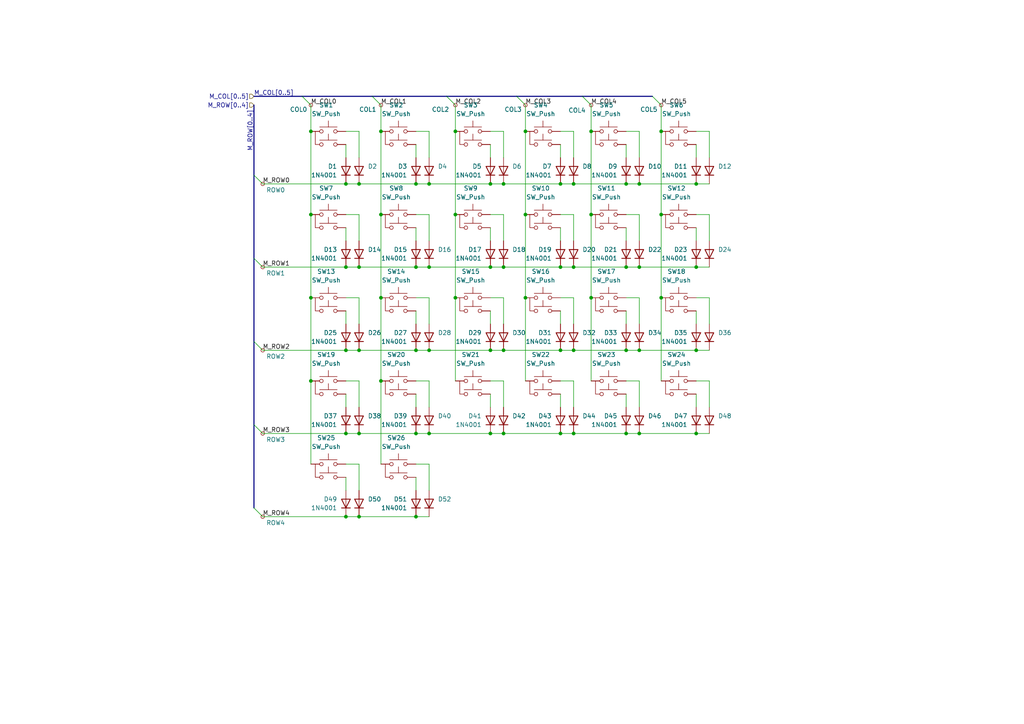
<source format=kicad_sch>
(kicad_sch (version 20231120) (generator "eeschema") (generator_version "8.0")
  (paper "A4")
  (lib_symbols
    (symbol "Connector:TestPoint_Small" (pin_numbers hide) (pin_names (offset 0.762) hide)
      (property "Reference" "TP" (at 0 3.81 0))
      (property "Value" "TestPoint_Small" (at 0 2.032 0))
      (symbol "TestPoint_Small_0_1"
        (circle (center 0 0) (radius 0.508))
      )
      (symbol "TestPoint_Small_1_1"
        (pin passive line (at 0 0 90) (length 0) (name "1") (number "1"))
      )
    )
    (symbol "Diode:1N4001" (pin_numbers hide) (pin_names hide)
      (property "Reference" "D" (at 0 2.54 0))
      (property "Value" "1N4001" (at 0 -2.54 0))
      (symbol "1N4001_0_1"
        (polyline (pts (xy -1.27 1.27) (xy -1.27 -1.27)) (stroke (width 0.254)))
        (polyline (pts (xy 1.27 0) (xy -1.27 0)))
        (polyline (pts (xy 1.27 1.27) (xy 1.27 -1.27) (xy -1.27 0) (xy 1.27 1.27)) (stroke (width 0.254)))
      )
      (symbol "1N4001_1_1"
        (pin passive line (at -3.81 0 0) (length 2.54) (name "K") (number "1"))
        (pin passive line (at 3.81 0 180) (length 2.54) (name "A") (number "2"))
      )
    )
    (symbol "sw_push_dual:SW_Push_Dual" (pin_numbers hide) (pin_names (offset 1.016) hide)
      (property "Reference" "SW?" (at -0.635 7.62 0))
      (property "Value" "SW_Push" (at -0.635 5.08 0))
      (symbol "SW_Push_Dual_0_1"
        (circle (center -2.032 -3.81) (radius 0.508))
        (circle (center -2.032 0) (radius 0.508))
        (polyline (pts (xy 0 -2.54) (xy 0 -0.762)))
        (polyline (pts (xy 0 1.27) (xy 0 3.048)))
        (polyline (pts (xy 2.54 -2.54) (xy -2.54 -2.54)))
        (polyline (pts (xy 2.54 1.27) (xy -2.54 1.27)))
        (polyline (pts (xy -3.81 0) (xy -3.81 -3.81) (xy -2.54 -3.81)))
        (circle (center 2.032 -3.81) (radius 0.508))
        (circle (center 2.032 0) (radius 0.508))
        (pin passive line (at -5.08 0 0) (length 2.54) (name "1") (number "1"))
        (pin passive line (at 5.08 0 180) (length 2.54) (name "2") (number "2"))
      )
      (symbol "SW_Push_Dual_1_1"
        (pin passive line (at 5.08 -3.81 180) (length 2.54) (name "3") (number "3"))
      )
    )
  )
  (junction (at 191.77 62.23))
  (junction (at 152.4 86.36))
  (junction (at 181.61 125.73))
  (junction (at 166.37 77.47))
  (junction (at 201.93 101.6))
  (junction (at 146.05 77.47))
  (junction (at 104.14 53.34))
  (junction (at 90.17 110.49))
  (junction (at 146.05 125.73))
  (junction (at 132.08 38.1))
  (junction (at 100.33 101.6))
  (junction (at 104.14 77.47))
  (junction (at 110.49 110.49))
  (junction (at 110.49 62.23))
  (junction (at 142.24 53.34))
  (junction (at 110.49 86.36))
  (junction (at 152.4 62.23))
  (junction (at 104.14 101.6))
  (junction (at 162.56 125.73))
  (junction (at 124.46 53.34))
  (junction (at 162.56 101.6))
  (junction (at 181.61 53.34))
  (junction (at 152.4 38.1))
  (junction (at 201.93 53.34))
  (junction (at 166.37 125.73))
  (junction (at 181.61 77.47))
  (junction (at 120.65 77.47))
  (junction (at 124.46 101.6))
  (junction (at 146.05 101.6))
  (junction (at 100.33 125.73))
  (junction (at 171.45 62.23))
  (junction (at 104.14 125.73))
  (junction (at 166.37 101.6))
  (junction (at 166.37 53.34))
  (junction (at 120.65 53.34))
  (junction (at 90.17 86.36))
  (junction (at 100.33 77.47))
  (junction (at 201.93 77.47))
  (junction (at 162.56 53.34))
  (junction (at 162.56 77.47))
  (junction (at 191.77 86.36))
  (junction (at 142.24 101.6))
  (junction (at 185.42 101.6))
  (junction (at 100.33 149.86))
  (junction (at 142.24 125.73))
  (junction (at 146.05 53.34))
  (junction (at 142.24 77.47))
  (junction (at 171.45 38.1))
  (junction (at 120.65 101.6))
  (junction (at 104.14 149.86))
  (junction (at 181.61 101.6))
  (junction (at 120.65 125.73))
  (junction (at 132.08 86.36))
  (junction (at 124.46 125.73))
  (junction (at 120.65 149.86))
  (junction (at 90.17 38.1))
  (junction (at 171.45 86.36))
  (junction (at 110.49 38.1))
  (junction (at 185.42 125.73))
  (junction (at 100.33 53.34))
  (junction (at 191.77 38.1))
  (junction (at 132.08 62.23))
  (junction (at 185.42 53.34))
  (junction (at 124.46 77.47))
  (junction (at 185.42 77.47))
  (junction (at 201.93 125.73))
  (junction (at 90.17 62.23))
  (bus_entry (at 73.66 99.06) (size 2.54 2.54))
  (bus_entry (at 107.95 27.94) (size 2.54 2.54))
  (bus_entry (at 73.66 147.32) (size 2.54 2.54))
  (bus_entry (at 149.86 27.94) (size 2.54 2.54))
  (bus_entry (at 73.66 50.8) (size 2.54 2.54))
  (bus_entry (at 189.23 27.94) (size 2.54 2.54))
  (bus_entry (at 73.66 123.19) (size 2.54 2.54))
  (bus_entry (at 168.91 27.94) (size 2.54 2.54))
  (bus_entry (at 73.66 74.93) (size 2.54 2.54))
  (bus_entry (at 129.54 27.94) (size 2.54 2.54))
  (bus_entry (at 87.63 27.94) (size 2.54 2.54))
  (wire (pts (xy 181.61 118.11) (xy 181.61 114.3)))
  (bus (pts (xy 73.66 74.93) (xy 73.66 99.06)))
  (wire (pts (xy 205.74 38.1) (xy 201.93 38.1)))
  (wire (pts (xy 100.33 69.85) (xy 100.33 66.04)))
  (wire (pts (xy 201.93 53.34) (xy 205.74 53.34)))
  (wire (pts (xy 152.4 38.1) (xy 152.4 62.23)))
  (wire (pts (xy 104.14 134.62) (xy 100.33 134.62)))
  (wire (pts (xy 185.42 86.36) (xy 181.61 86.36)))
  (wire (pts (xy 201.93 45.72) (xy 201.93 41.91)))
  (wire (pts (xy 146.05 53.34) (xy 162.56 53.34)))
  (wire (pts (xy 205.74 38.1) (xy 205.74 45.72)))
  (bus (pts (xy 73.66 30.48) (xy 73.66 50.8)))
  (wire (pts (xy 185.42 110.49) (xy 185.42 118.11)))
  (wire (pts (xy 124.46 134.62) (xy 120.65 134.62)))
  (wire (pts (xy 120.65 149.86) (xy 124.46 149.86)))
  (wire (pts (xy 104.14 86.36) (xy 100.33 86.36)))
  (wire (pts (xy 132.08 38.1) (xy 132.08 62.23)))
  (wire (pts (xy 146.05 38.1) (xy 146.05 45.72)))
  (wire (pts (xy 124.46 38.1) (xy 120.65 38.1)))
  (wire (pts (xy 120.65 101.6) (xy 124.46 101.6)))
  (wire (pts (xy 124.46 77.47) (xy 142.24 77.47)))
  (wire (pts (xy 146.05 110.49) (xy 146.05 118.11)))
  (wire (pts (xy 132.08 30.48) (xy 132.08 38.1)))
  (wire (pts (xy 100.33 142.24) (xy 100.33 138.43)))
  (wire (pts (xy 104.14 149.86) (xy 120.65 149.86)))
  (wire (pts (xy 162.56 53.34) (xy 166.37 53.34)))
  (wire (pts (xy 162.56 69.85) (xy 162.56 66.04)))
  (wire (pts (xy 124.46 110.49) (xy 124.46 118.11)))
  (wire (pts (xy 171.45 62.23) (xy 171.45 86.36)))
  (wire (pts (xy 100.33 118.11) (xy 100.33 114.3)))
  (wire (pts (xy 104.14 101.6) (xy 120.65 101.6)))
  (wire (pts (xy 90.17 30.48) (xy 90.17 38.1)))
  (wire (pts (xy 171.45 38.1) (xy 171.45 62.23)))
  (wire (pts (xy 90.17 38.1) (xy 90.17 62.23)))
  (wire (pts (xy 76.2 125.73) (xy 100.33 125.73)))
  (wire (pts (xy 162.56 125.73) (xy 166.37 125.73)))
  (wire (pts (xy 142.24 125.73) (xy 146.05 125.73)))
  (wire (pts (xy 124.46 110.49) (xy 120.65 110.49)))
  (wire (pts (xy 104.14 38.1) (xy 104.14 45.72)))
  (bus (pts (xy 73.66 27.94) (xy 87.63 27.94)))
  (wire (pts (xy 166.37 86.36) (xy 162.56 86.36)))
  (wire (pts (xy 90.17 62.23) (xy 90.17 86.36)))
  (wire (pts (xy 166.37 110.49) (xy 166.37 118.11)))
  (wire (pts (xy 104.14 38.1) (xy 100.33 38.1)))
  (wire (pts (xy 181.61 53.34) (xy 185.42 53.34)))
  (wire (pts (xy 120.65 53.34) (xy 124.46 53.34)))
  (wire (pts (xy 162.56 93.98) (xy 162.56 90.17)))
  (wire (pts (xy 104.14 77.47) (xy 120.65 77.47)))
  (wire (pts (xy 191.77 86.36) (xy 191.77 110.49)))
  (wire (pts (xy 181.61 101.6) (xy 185.42 101.6)))
  (wire (pts (xy 142.24 101.6) (xy 146.05 101.6)))
  (wire (pts (xy 146.05 110.49) (xy 142.24 110.49)))
  (wire (pts (xy 120.65 69.85) (xy 120.65 66.04)))
  (wire (pts (xy 76.2 149.86) (xy 100.33 149.86)))
  (wire (pts (xy 181.61 125.73) (xy 185.42 125.73)))
  (bus (pts (xy 73.66 99.06) (xy 73.66 123.19)))
  (wire (pts (xy 205.74 62.23) (xy 205.74 69.85)))
  (bus (pts (xy 149.86 27.94) (xy 168.91 27.94)))
  (wire (pts (xy 90.17 110.49) (xy 90.17 134.62)))
  (wire (pts (xy 142.24 53.34) (xy 146.05 53.34)))
  (wire (pts (xy 100.33 53.34) (xy 104.14 53.34)))
  (wire (pts (xy 185.42 77.47) (xy 201.93 77.47)))
  (wire (pts (xy 110.49 86.36) (xy 110.49 110.49)))
  (wire (pts (xy 166.37 62.23) (xy 166.37 69.85)))
  (wire (pts (xy 152.4 30.48) (xy 152.4 38.1)))
  (wire (pts (xy 185.42 86.36) (xy 185.42 93.98)))
  (bus (pts (xy 129.54 27.94) (xy 149.86 27.94)))
  (wire (pts (xy 152.4 62.23) (xy 152.4 86.36)))
  (wire (pts (xy 100.33 101.6) (xy 104.14 101.6)))
  (wire (pts (xy 120.65 93.98) (xy 120.65 90.17)))
  (wire (pts (xy 146.05 101.6) (xy 162.56 101.6)))
  (wire (pts (xy 201.93 125.73) (xy 205.74 125.73)))
  (wire (pts (xy 76.2 101.6) (xy 100.33 101.6)))
  (wire (pts (xy 124.46 134.62) (xy 124.46 142.24)))
  (wire (pts (xy 166.37 125.73) (xy 181.61 125.73)))
  (wire (pts (xy 146.05 86.36) (xy 146.05 93.98)))
  (wire (pts (xy 166.37 38.1) (xy 166.37 45.72)))
  (wire (pts (xy 100.33 45.72) (xy 100.33 41.91)))
  (wire (pts (xy 185.42 62.23) (xy 185.42 69.85)))
  (wire (pts (xy 185.42 38.1) (xy 185.42 45.72)))
  (wire (pts (xy 124.46 101.6) (xy 142.24 101.6)))
  (wire (pts (xy 104.14 110.49) (xy 100.33 110.49)))
  (wire (pts (xy 146.05 86.36) (xy 142.24 86.36)))
  (wire (pts (xy 166.37 53.34) (xy 181.61 53.34)))
  (wire (pts (xy 191.77 38.1) (xy 191.77 62.23)))
  (bus (pts (xy 73.66 50.8) (xy 73.66 74.93)))
  (wire (pts (xy 162.56 118.11) (xy 162.56 114.3)))
  (wire (pts (xy 120.65 125.73) (xy 124.46 125.73)))
  (wire (pts (xy 124.46 62.23) (xy 120.65 62.23)))
  (wire (pts (xy 205.74 86.36) (xy 201.93 86.36)))
  (wire (pts (xy 124.46 62.23) (xy 124.46 69.85)))
  (wire (pts (xy 110.49 62.23) (xy 110.49 86.36)))
  (wire (pts (xy 142.24 77.47) (xy 146.05 77.47)))
  (wire (pts (xy 142.24 69.85) (xy 142.24 66.04)))
  (wire (pts (xy 205.74 62.23) (xy 201.93 62.23)))
  (wire (pts (xy 201.93 101.6) (xy 205.74 101.6)))
  (wire (pts (xy 100.33 77.47) (xy 104.14 77.47)))
  (wire (pts (xy 142.24 45.72) (xy 142.24 41.91)))
  (wire (pts (xy 201.93 77.47) (xy 205.74 77.47)))
  (wire (pts (xy 104.14 53.34) (xy 120.65 53.34)))
  (wire (pts (xy 110.49 30.48) (xy 110.49 38.1)))
  (wire (pts (xy 124.46 86.36) (xy 120.65 86.36)))
  (wire (pts (xy 142.24 93.98) (xy 142.24 90.17)))
  (wire (pts (xy 205.74 110.49) (xy 201.93 110.49)))
  (bus (pts (xy 107.95 27.94) (xy 129.54 27.94)))
  (wire (pts (xy 166.37 77.47) (xy 181.61 77.47)))
  (wire (pts (xy 124.46 53.34) (xy 142.24 53.34)))
  (wire (pts (xy 201.93 93.98) (xy 201.93 90.17)))
  (wire (pts (xy 104.14 110.49) (xy 104.14 118.11)))
  (wire (pts (xy 76.2 77.47) (xy 100.33 77.47)))
  (wire (pts (xy 146.05 38.1) (xy 142.24 38.1)))
  (wire (pts (xy 100.33 149.86) (xy 104.14 149.86)))
  (wire (pts (xy 120.65 45.72) (xy 120.65 41.91)))
  (wire (pts (xy 181.61 77.47) (xy 185.42 77.47)))
  (wire (pts (xy 171.45 86.36) (xy 171.45 110.49)))
  (wire (pts (xy 110.49 38.1) (xy 110.49 62.23)))
  (wire (pts (xy 146.05 125.73) (xy 162.56 125.73)))
  (wire (pts (xy 104.14 134.62) (xy 104.14 142.24)))
  (wire (pts (xy 104.14 62.23) (xy 100.33 62.23)))
  (wire (pts (xy 162.56 101.6) (xy 166.37 101.6)))
  (wire (pts (xy 205.74 86.36) (xy 205.74 93.98)))
  (wire (pts (xy 124.46 86.36) (xy 124.46 93.98)))
  (wire (pts (xy 205.74 110.49) (xy 205.74 118.11)))
  (wire (pts (xy 104.14 125.73) (xy 120.65 125.73)))
  (wire (pts (xy 110.49 110.49) (xy 110.49 134.62)))
  (wire (pts (xy 120.65 77.47) (xy 124.46 77.47)))
  (wire (pts (xy 120.65 142.24) (xy 120.65 138.43)))
  (wire (pts (xy 181.61 69.85) (xy 181.61 66.04)))
  (wire (pts (xy 132.08 62.23) (xy 132.08 86.36)))
  (wire (pts (xy 124.46 125.73) (xy 142.24 125.73)))
  (wire (pts (xy 171.45 30.48) (xy 171.45 38.1)))
  (wire (pts (xy 185.42 110.49) (xy 181.61 110.49)))
  (bus (pts (xy 73.66 123.19) (xy 73.66 147.32)))
  (wire (pts (xy 201.93 69.85) (xy 201.93 66.04)))
  (wire (pts (xy 100.33 125.73) (xy 104.14 125.73)))
  (wire (pts (xy 162.56 77.47) (xy 166.37 77.47)))
  (wire (pts (xy 191.77 30.48) (xy 191.77 38.1)))
  (wire (pts (xy 120.65 118.11) (xy 120.65 114.3)))
  (wire (pts (xy 90.17 86.36) (xy 90.17 110.49)))
  (wire (pts (xy 185.42 125.73) (xy 201.93 125.73)))
  (wire (pts (xy 166.37 38.1) (xy 162.56 38.1)))
  (wire (pts (xy 185.42 62.23) (xy 181.61 62.23)))
  (wire (pts (xy 104.14 86.36) (xy 104.14 93.98)))
  (wire (pts (xy 146.05 77.47) (xy 162.56 77.47)))
  (wire (pts (xy 142.24 118.11) (xy 142.24 114.3)))
  (wire (pts (xy 166.37 62.23) (xy 162.56 62.23)))
  (wire (pts (xy 185.42 38.1) (xy 181.61 38.1)))
  (wire (pts (xy 166.37 110.49) (xy 162.56 110.49)))
  (wire (pts (xy 104.14 62.23) (xy 104.14 69.85)))
  (wire (pts (xy 181.61 93.98) (xy 181.61 90.17)))
  (wire (pts (xy 185.42 53.34) (xy 201.93 53.34)))
  (wire (pts (xy 132.08 86.36) (xy 132.08 110.49)))
  (wire (pts (xy 162.56 45.72) (xy 162.56 41.91)))
  (bus (pts (xy 168.91 27.94) (xy 189.23 27.94)))
  (wire (pts (xy 166.37 101.6) (xy 181.61 101.6)))
  (wire (pts (xy 152.4 86.36) (xy 152.4 110.49)))
  (wire (pts (xy 166.37 86.36) (xy 166.37 93.98)))
  (wire (pts (xy 185.42 101.6) (xy 201.93 101.6)))
  (wire (pts (xy 181.61 45.72) (xy 181.61 41.91)))
  (wire (pts (xy 76.2 53.34) (xy 100.33 53.34)))
  (wire (pts (xy 124.46 38.1) (xy 124.46 45.72)))
  (bus (pts (xy 87.63 27.94) (xy 107.95 27.94)))
  (wire (pts (xy 146.05 62.23) (xy 142.24 62.23)))
  (wire (pts (xy 191.77 62.23) (xy 191.77 86.36)))
  (wire (pts (xy 146.05 62.23) (xy 146.05 69.85)))
  (wire (pts (xy 201.93 118.11) (xy 201.93 114.3)))
  (wire (pts (xy 100.33 93.98) (xy 100.33 90.17)))
  (label "M_ROW1" (at 76.2 77.47 0))
  (label "M_COL[0..5]" (at 73.66 27.94 0))
  (label "M_COL4" (at 171.45 30.48 0))
  (label "M_COL1" (at 110.49 30.48 0))
  (label "M_ROW2" (at 76.2 101.6 0))
  (label "M_ROW3" (at 76.2 125.73 0))
  (label "M_ROW[0..4]" (at 73.66 31.75 270))
  (label "M_COL0" (at 90.17 30.48 0))
  (label "M_COL2" (at 132.08 30.48 0))
  (label "M_COL3" (at 152.4 30.48 0))
  (label "M_ROW0" (at 76.2 53.34 0))
  (label "M_ROW4" (at 76.2 149.86 0))
  (label "M_COL5" (at 191.77 30.48 0))
  (hierarchical_label "M_COL[0..5]" (shape input) (at 73.66 27.94 180))
  (hierarchical_label "M_ROW[0..4]" (shape input) (at 73.66 30.48 180))
  (symbol (lib_id "sw_push_dual:SW_Push_Dual") (at 95.25 62.23 0) (unit 1)
    (property "Reference" "SW7" (at 94.615 54.61 0))
    (property "Value" "SW_Push" (at 94.615 57.15 0))
    (property "Footprint" "PCM_Switch_Keyboard_Kailh_Reversible:SW_Kailh_Choc_V2_1.00u_Reversible" (effects (hide yes)))
  )
  (symbol (lib_id "Diode:1N4001") (at 162.56 73.66 270) (mirror x) (unit 1)
    (property "Reference" "D19" (at 160.02 72.39 90) (effects (justify right)))
    (property "Value" "1N4001" (at 160.02 74.93 90) (effects (justify right)))
    (property "Footprint" "Diode:D_0603_1608Metric_Pad1.05x0.95mm_HandSolder" (effects (hide yes)))
    (property "Datasheet" "http://www.vishay.com/docs/88503/1n4001.pdf" (effects (hide yes)))
    (property "Sim.Device" "D" (effects (hide yes)))
    (property "Sim.Pins" "1=K 2=A" (effects (hide yes)))
  )
  (symbol (lib_id "Diode:1N4001") (at 181.61 49.53 270) (mirror x) (unit 1)
    (property "Reference" "D9" (at 179.07 48.26 90) (effects (justify right)))
    (property "Value" "1N4001" (at 179.07 50.8 90) (effects (justify right)))
    (property "Footprint" "Diode:D_0603_1608Metric_Pad1.05x0.95mm_HandSolder" (effects (hide yes)))
    (property "Datasheet" "http://www.vishay.com/docs/88503/1n4001.pdf" (effects (hide yes)))
    (property "Sim.Device" "D" (effects (hide yes)))
    (property "Sim.Pins" "1=K 2=A" (effects (hide yes)))
  )
  (symbol (lib_id "Diode:1N4001") (at 185.42 97.79 90) (unit 1)
    (property "Reference" "D34" (at 187.96 96.52 90) (effects (justify right)))
    (property "Value" "1N4001" (effects (hide yes)))
    (property "Footprint" "Diode:D_0603_1608Metric_Pad1.05x0.95mm_HandSolder" (effects (hide yes)))
    (property "Datasheet" "http://www.vishay.com/docs/88503/1n4001.pdf" (effects (hide yes)))
    (property "Sim.Device" "D" (effects (hide yes)))
    (property "Sim.Pins" "1=K 2=A" (effects (hide yes)))
  )
  (symbol (lib_id "Diode:1N4001") (at 120.65 146.05 270) (mirror x) (unit 1)
    (property "Reference" "D51" (at 118.11 144.78 90) (effects (justify right)))
    (property "Value" "1N4001" (at 118.11 147.32 90) (effects (justify right)))
    (property "Footprint" "Diode:D_0603_1608Metric_Pad1.05x0.95mm_HandSolder" (effects (hide yes)))
    (property "Datasheet" "http://www.vishay.com/docs/88503/1n4001.pdf" (effects (hide yes)))
    (property "Sim.Device" "D" (effects (hide yes)))
    (property "Sim.Pins" "1=K 2=A" (effects (hide yes)))
  )
  (symbol (lib_id "Connector:TestPoint_Small") (at 191.77 30.48 0) (unit 1)
    (property "Reference" "COL5" (at 185.674 31.75 0) (effects (justify left)))
    (property "Value" "TestPoint_Small" (effects (hide yes)))
    (property "Footprint" "Testpoint_Rev:TestPoint_THTPad_D1.0mm_Drill0.5mm_reversible" (effects (hide yes)))
    (property "Description" "test point" (effects (hide yes)))
  )
  (symbol (lib_id "Diode:1N4001") (at 100.33 49.53 270) (mirror x) (unit 1)
    (property "Reference" "D1" (at 97.79 48.26 90) (effects (justify right)))
    (property "Value" "1N4001" (at 97.79 50.8 90) (effects (justify right)))
    (property "Footprint" "Diode:D_0603_1608Metric_Pad1.05x0.95mm_HandSolder" (effects (hide yes)))
    (property "Datasheet" "http://www.vishay.com/docs/88503/1n4001.pdf" (effects (hide yes)))
    (property "Sim.Device" "D" (effects (hide yes)))
    (property "Sim.Pins" "1=K 2=A" (effects (hide yes)))
  )
  (symbol (lib_id "Diode:1N4001") (at 100.33 97.79 270) (mirror x) (unit 1)
    (property "Reference" "D25" (at 97.79 96.52 90) (effects (justify right)))
    (property "Value" "1N4001" (at 97.79 99.06 90) (effects (justify right)))
    (property "Footprint" "Diode:D_0603_1608Metric_Pad1.05x0.95mm_HandSolder" (effects (hide yes)))
    (property "Datasheet" "http://www.vishay.com/docs/88503/1n4001.pdf" (effects (hide yes)))
    (property "Sim.Device" "D" (effects (hide yes)))
    (property "Sim.Pins" "1=K 2=A" (effects (hide yes)))
  )
  (symbol (lib_id "Connector:TestPoint_Small") (at 76.2 53.34 0) (unit 1)
    (property "Reference" "ROW0" (at 77.216 55.118 0) (effects (justify left)))
    (property "Value" "TestPoint_Small" (effects (hide yes)))
    (property "Footprint" "Testpoint_Rev:TestPoint_THTPad_D1.0mm_Drill0.5mm_reversible" (effects (hide yes)))
    (property "Description" "test point" (effects (hide yes)))
  )
  (symbol (lib_id "Diode:1N4001") (at 142.24 73.66 270) (mirror x) (unit 1)
    (property "Reference" "D17" (at 139.7 72.39 90) (effects (justify right)))
    (property "Value" "1N4001" (at 139.7 74.93 90) (effects (justify right)))
    (property "Footprint" "Diode:D_0603_1608Metric_Pad1.05x0.95mm_HandSolder" (effects (hide yes)))
    (property "Datasheet" "http://www.vishay.com/docs/88503/1n4001.pdf" (effects (hide yes)))
    (property "Sim.Device" "D" (effects (hide yes)))
    (property "Sim.Pins" "1=K 2=A" (effects (hide yes)))
  )
  (symbol (lib_id "Diode:1N4001") (at 166.37 73.66 90) (unit 1)
    (property "Reference" "D20" (at 168.91 72.39 90) (effects (justify right)))
    (property "Value" "1N4001" (effects (hide yes)))
    (property "Footprint" "Diode:D_0603_1608Metric_Pad1.05x0.95mm_HandSolder" (effects (hide yes)))
    (property "Datasheet" "http://www.vishay.com/docs/88503/1n4001.pdf" (effects (hide yes)))
    (property "Sim.Device" "D" (effects (hide yes)))
    (property "Sim.Pins" "1=K 2=A" (effects (hide yes)))
  )
  (symbol (lib_id "Diode:1N4001") (at 201.93 73.66 270) (mirror x) (unit 1)
    (property "Reference" "D23" (at 199.39 72.39 90) (effects (justify right)))
    (property "Value" "1N4001" (at 199.39 74.93 90) (effects (justify right)))
    (property "Footprint" "Diode:D_0603_1608Metric_Pad1.05x0.95mm_HandSolder" (effects (hide yes)))
    (property "Datasheet" "http://www.vishay.com/docs/88503/1n4001.pdf" (effects (hide yes)))
    (property "Sim.Device" "D" (effects (hide yes)))
    (property "Sim.Pins" "1=K 2=A" (effects (hide yes)))
  )
  (symbol (lib_id "sw_push_dual:SW_Push_Dual") (at 95.25 86.36 0) (unit 1)
    (property "Reference" "SW13" (at 94.615 78.74 0))
    (property "Value" "SW_Push" (at 94.615 81.28 0))
    (property "Footprint" "PCM_Switch_Keyboard_Kailh_Reversible:SW_Kailh_Choc_V2_1.00u_Reversible" (effects (hide yes)))
  )
  (symbol (lib_id "sw_push_dual:SW_Push_Dual") (at 137.16 38.1 0) (unit 1)
    (property "Reference" "SW3" (at 136.525 30.48 0))
    (property "Value" "SW_Push" (at 136.525 33.02 0))
    (property "Footprint" "PCM_Switch_Keyboard_Kailh_Reversible:SW_Kailh_Choc_V2_1.00u_Reversible" (effects (hide yes)))
  )
  (symbol (lib_id "Diode:1N4001") (at 104.14 121.92 90) (unit 1)
    (property "Reference" "D38" (at 106.68 120.65 90) (effects (justify right)))
    (property "Value" "1N4001" (effects (hide yes)))
    (property "Footprint" "Diode:D_0603_1608Metric_Pad1.05x0.95mm_HandSolder" (effects (hide yes)))
    (property "Datasheet" "http://www.vishay.com/docs/88503/1n4001.pdf" (effects (hide yes)))
    (property "Sim.Device" "D" (effects (hide yes)))
    (property "Sim.Pins" "1=K 2=A" (effects (hide yes)))
  )
  (symbol (lib_id "sw_push_dual:SW_Push_Dual") (at 115.57 38.1 0) (unit 1)
    (property "Reference" "SW2" (at 114.935 30.48 0))
    (property "Value" "SW_Push" (at 114.935 33.02 0))
    (property "Footprint" "PCM_Switch_Keyboard_Kailh_Reversible:SW_Kailh_Choc_V2_1.00u_Reversible" (effects (hide yes)))
  )
  (symbol (lib_id "Diode:1N4001") (at 166.37 49.53 90) (unit 1)
    (property "Reference" "D8" (at 168.91 48.26 90) (effects (justify right)))
    (property "Value" "1N4001" (effects (hide yes)))
    (property "Footprint" "Diode:D_0603_1608Metric_Pad1.05x0.95mm_HandSolder" (effects (hide yes)))
    (property "Datasheet" "http://www.vishay.com/docs/88503/1n4001.pdf" (effects (hide yes)))
    (property "Sim.Device" "D" (effects (hide yes)))
    (property "Sim.Pins" "1=K 2=A" (effects (hide yes)))
  )
  (symbol (lib_id "Diode:1N4001") (at 120.65 97.79 270) (mirror x) (unit 1)
    (property "Reference" "D27" (at 118.11 96.52 90) (effects (justify right)))
    (property "Value" "1N4001" (at 118.11 99.06 90) (effects (justify right)))
    (property "Footprint" "Diode:D_0603_1608Metric_Pad1.05x0.95mm_HandSolder" (effects (hide yes)))
    (property "Datasheet" "http://www.vishay.com/docs/88503/1n4001.pdf" (effects (hide yes)))
    (property "Sim.Device" "D" (effects (hide yes)))
    (property "Sim.Pins" "1=K 2=A" (effects (hide yes)))
  )
  (symbol (lib_id "Diode:1N4001") (at 205.74 121.92 90) (unit 1)
    (property "Reference" "D48" (at 208.28 120.65 90) (effects (justify right)))
    (property "Value" "1N4001" (effects (hide yes)))
    (property "Footprint" "Diode:D_0603_1608Metric_Pad1.05x0.95mm_HandSolder" (effects (hide yes)))
    (property "Datasheet" "http://www.vishay.com/docs/88503/1n4001.pdf" (effects (hide yes)))
    (property "Sim.Device" "D" (effects (hide yes)))
    (property "Sim.Pins" "1=K 2=A" (effects (hide yes)))
  )
  (symbol (lib_id "Diode:1N4001") (at 142.24 97.79 270) (mirror x) (unit 1)
    (property "Reference" "D29" (at 139.7 96.52 90) (effects (justify right)))
    (property "Value" "1N4001" (at 139.7 99.06 90) (effects (justify right)))
    (property "Footprint" "Diode:D_0603_1608Metric_Pad1.05x0.95mm_HandSolder" (effects (hide yes)))
    (property "Datasheet" "http://www.vishay.com/docs/88503/1n4001.pdf" (effects (hide yes)))
    (property "Sim.Device" "D" (effects (hide yes)))
    (property "Sim.Pins" "1=K 2=A" (effects (hide yes)))
  )
  (symbol (lib_id "Diode:1N4001") (at 201.93 49.53 270) (mirror x) (unit 1)
    (property "Reference" "D11" (at 199.39 48.26 90) (effects (justify right)))
    (property "Value" "1N4001" (at 199.39 50.8 90) (effects (justify right)))
    (property "Footprint" "Diode:D_0603_1608Metric_Pad1.05x0.95mm_HandSolder" (effects (hide yes)))
    (property "Datasheet" "http://www.vishay.com/docs/88503/1n4001.pdf" (effects (hide yes)))
    (property "Sim.Device" "D" (effects (hide yes)))
    (property "Sim.Pins" "1=K 2=A" (effects (hide yes)))
  )
  (symbol (lib_id "sw_push_dual:SW_Push_Dual") (at 176.53 86.36 0) (unit 1)
    (property "Reference" "SW17" (at 175.895 78.74 0))
    (property "Value" "SW_Push" (at 175.895 81.28 0))
    (property "Footprint" "PCM_Switch_Keyboard_Kailh_Reversible:SW_Kailh_Choc_V2_1.00u_Reversible" (effects (hide yes)))
  )
  (symbol (lib_id "sw_push_dual:SW_Push_Dual") (at 157.48 62.23 0) (unit 1)
    (property "Reference" "SW10" (at 156.845 54.61 0))
    (property "Value" "SW_Push" (at 156.845 57.15 0))
    (property "Footprint" "PCM_Switch_Keyboard_Kailh_Reversible:SW_Kailh_Choc_V2_1.00u_Reversible" (effects (hide yes)))
  )
  (symbol (lib_id "Diode:1N4001") (at 162.56 49.53 270) (mirror x) (unit 1)
    (property "Reference" "D7" (at 160.02 48.26 90) (effects (justify right)))
    (property "Value" "1N4001" (at 160.02 50.8 90) (effects (justify right)))
    (property "Footprint" "Diode:D_0603_1608Metric_Pad1.05x0.95mm_HandSolder" (effects (hide yes)))
    (property "Datasheet" "http://www.vishay.com/docs/88503/1n4001.pdf" (effects (hide yes)))
    (property "Sim.Device" "D" (effects (hide yes)))
    (property "Sim.Pins" "1=K 2=A" (effects (hide yes)))
  )
  (symbol (lib_id "Diode:1N4001") (at 146.05 73.66 90) (unit 1)
    (property "Reference" "D18" (at 148.59 72.39 90) (effects (justify right)))
    (property "Value" "1N4001" (effects (hide yes)))
    (property "Footprint" "Diode:D_0603_1608Metric_Pad1.05x0.95mm_HandSolder" (effects (hide yes)))
    (property "Datasheet" "http://www.vishay.com/docs/88503/1n4001.pdf" (effects (hide yes)))
    (property "Sim.Device" "D" (effects (hide yes)))
    (property "Sim.Pins" "1=K 2=A" (effects (hide yes)))
  )
  (symbol (lib_id "sw_push_dual:SW_Push_Dual") (at 157.48 86.36 0) (unit 1)
    (property "Reference" "SW16" (at 156.845 78.74 0))
    (property "Value" "SW_Push" (at 156.845 81.28 0))
    (property "Footprint" "PCM_Switch_Keyboard_Kailh_Reversible:SW_Kailh_Choc_V2_1.00u_Reversible" (effects (hide yes)))
  )
  (symbol (lib_id "sw_push_dual:SW_Push_Dual") (at 115.57 110.49 0) (unit 1)
    (property "Reference" "SW20" (at 114.935 102.87 0))
    (property "Value" "SW_Push" (at 114.935 105.41 0))
    (property "Footprint" "PCM_Switch_Keyboard_Kailh_Reversible:SW_Kailh_Choc_V2_1.00u_Reversible" (effects (hide yes)))
  )
  (symbol (lib_id "Diode:1N4001") (at 185.42 49.53 90) (unit 1)
    (property "Reference" "D10" (at 187.96 48.26 90) (effects (justify right)))
    (property "Value" "1N4001" (effects (hide yes)))
    (property "Footprint" "Diode:D_0603_1608Metric_Pad1.05x0.95mm_HandSolder" (effects (hide yes)))
    (property "Datasheet" "http://www.vishay.com/docs/88503/1n4001.pdf" (effects (hide yes)))
    (property "Sim.Device" "D" (effects (hide yes)))
    (property "Sim.Pins" "1=K 2=A" (effects (hide yes)))
  )
  (symbol (lib_id "Connector:TestPoint_Small") (at 76.2 77.47 0) (unit 1)
    (property "Reference" "ROW1" (at 77.216 79.248 0) (effects (justify left)))
    (property "Value" "TestPoint_Small" (effects (hide yes)))
    (property "Footprint" "Testpoint_Rev:TestPoint_THTPad_D1.0mm_Drill0.5mm_reversible" (effects (hide yes)))
    (property "Description" "test point" (effects (hide yes)))
  )
  (symbol (lib_id "Diode:1N4001") (at 162.56 97.79 270) (mirror x) (unit 1)
    (property "Reference" "D31" (at 160.02 96.52 90) (effects (justify right)))
    (property "Value" "1N4001" (at 160.02 99.06 90) (effects (justify right)))
    (property "Footprint" "Diode:D_0603_1608Metric_Pad1.05x0.95mm_HandSolder" (effects (hide yes)))
    (property "Datasheet" "http://www.vishay.com/docs/88503/1n4001.pdf" (effects (hide yes)))
    (property "Sim.Device" "D" (effects (hide yes)))
    (property "Sim.Pins" "1=K 2=A" (effects (hide yes)))
  )
  (symbol (lib_id "sw_push_dual:SW_Push_Dual") (at 95.25 38.1 0) (unit 1)
    (property "Reference" "SW1" (at 94.615 30.48 0))
    (property "Value" "SW_Push" (at 94.615 33.02 0))
    (property "Footprint" "PCM_Switch_Keyboard_Kailh_Reversible:SW_Kailh_Choc_V2_1.00u_Reversible" (effects (hide yes)))
  )
  (symbol (lib_id "Diode:1N4001") (at 146.05 49.53 90) (unit 1)
    (property "Reference" "D6" (at 148.59 48.26 90) (effects (justify right)))
    (property "Value" "1N4001" (effects (hide yes)))
    (property "Footprint" "Diode:D_0603_1608Metric_Pad1.05x0.95mm_HandSolder" (effects (hide yes)))
    (property "Datasheet" "http://www.vishay.com/docs/88503/1n4001.pdf" (effects (hide yes)))
    (property "Sim.Device" "D" (effects (hide yes)))
    (property "Sim.Pins" "1=K 2=A" (effects (hide yes)))
  )
  (symbol (lib_id "Diode:1N4001") (at 181.61 121.92 270) (mirror x) (unit 1)
    (property "Reference" "D45" (at 179.07 120.65 90) (effects (justify right)))
    (property "Value" "1N4001" (at 179.07 123.19 90) (effects (justify right)))
    (property "Footprint" "Diode:D_0603_1608Metric_Pad1.05x0.95mm_HandSolder" (effects (hide yes)))
    (property "Datasheet" "http://www.vishay.com/docs/88503/1n4001.pdf" (effects (hide yes)))
    (property "Sim.Device" "D" (effects (hide yes)))
    (property "Sim.Pins" "1=K 2=A" (effects (hide yes)))
  )
  (symbol (lib_id "Diode:1N4001") (at 205.74 97.79 90) (unit 1)
    (property "Reference" "D36" (at 208.28 96.52 90) (effects (justify right)))
    (property "Value" "1N4001" (effects (hide yes)))
    (property "Footprint" "Diode:D_0603_1608Metric_Pad1.05x0.95mm_HandSolder" (effects (hide yes)))
    (property "Datasheet" "http://www.vishay.com/docs/88503/1n4001.pdf" (effects (hide yes)))
    (property "Sim.Device" "D" (effects (hide yes)))
    (property "Sim.Pins" "1=K 2=A" (effects (hide yes)))
  )
  (symbol (lib_id "Connector:TestPoint_Small") (at 90.17 30.48 0) (unit 1)
    (property "Reference" "COL0" (at 84.074 31.75 0) (effects (justify left)))
    (property "Value" "TestPoint_Small" (effects (hide yes)))
    (property "Footprint" "Testpoint_Rev:TestPoint_THTPad_D1.0mm_Drill0.5mm_reversible" (effects (hide yes)))
    (property "Description" "test point" (effects (hide yes)))
  )
  (symbol (lib_id "Diode:1N4001") (at 201.93 121.92 270) (mirror x) (unit 1)
    (property "Reference" "D47" (at 199.39 120.65 90) (effects (justify right)))
    (property "Value" "1N4001" (at 199.39 123.19 90) (effects (justify right)))
    (property "Footprint" "Diode:D_0603_1608Metric_Pad1.05x0.95mm_HandSolder" (effects (hide yes)))
    (property "Datasheet" "http://www.vishay.com/docs/88503/1n4001.pdf" (effects (hide yes)))
    (property "Sim.Device" "D" (effects (hide yes)))
    (property "Sim.Pins" "1=K 2=A" (effects (hide yes)))
  )
  (symbol (lib_id "sw_push_dual:SW_Push_Dual") (at 196.85 110.49 0) (unit 1)
    (property "Reference" "SW24" (at 196.215 102.87 0))
    (property "Value" "SW_Push" (at 196.215 105.41 0))
    (property "Footprint" "PCM_Switch_Keyboard_Kailh_Reversible:SW_Kailh_Choc_V2_1.00u_Reversible" (effects (hide yes)))
  )
  (symbol (lib_id "sw_push_dual:SW_Push_Dual") (at 95.25 134.62 0) (unit 1)
    (property "Reference" "SW25" (at 94.615 127 0))
    (property "Value" "SW_Push" (at 94.615 129.54 0))
    (property "Footprint" "PCM_Switch_Keyboard_Kailh_Reversible:SW_Kailh_Choc_V2_1.00u_Reversible" (effects (hide yes)))
  )
  (symbol (lib_id "Diode:1N4001") (at 185.42 73.66 90) (unit 1)
    (property "Reference" "D22" (at 187.96 72.39 90) (effects (justify right)))
    (property "Value" "1N4001" (effects (hide yes)))
    (property "Footprint" "Diode:D_0603_1608Metric_Pad1.05x0.95mm_HandSolder" (effects (hide yes)))
    (property "Datasheet" "http://www.vishay.com/docs/88503/1n4001.pdf" (effects (hide yes)))
    (property "Sim.Device" "D" (effects (hide yes)))
    (property "Sim.Pins" "1=K 2=A" (effects (hide yes)))
  )
  (symbol (lib_id "Diode:1N4001") (at 100.33 121.92 270) (mirror x) (unit 1)
    (property "Reference" "D37" (at 97.79 120.65 90) (effects (justify right)))
    (property "Value" "1N4001" (at 97.79 123.19 90) (effects (justify right)))
    (property "Footprint" "Diode:D_0603_1608Metric_Pad1.05x0.95mm_HandSolder" (effects (hide yes)))
    (property "Datasheet" "http://www.vishay.com/docs/88503/1n4001.pdf" (effects (hide yes)))
    (property "Sim.Device" "D" (effects (hide yes)))
    (property "Sim.Pins" "1=K 2=A" (effects (hide yes)))
  )
  (symbol (lib_id "sw_push_dual:SW_Push_Dual") (at 196.85 62.23 0) (unit 1)
    (property "Reference" "SW12" (at 196.215 54.61 0))
    (property "Value" "SW_Push" (at 196.215 57.15 0))
    (property "Footprint" "PCM_Switch_Keyboard_Kailh_Reversible:SW_Kailh_Choc_V2_1.00u_Reversible" (effects (hide yes)))
  )
  (symbol (lib_id "sw_push_dual:SW_Push_Dual") (at 115.57 86.36 0) (unit 1)
    (property "Reference" "SW14" (at 114.935 78.74 0))
    (property "Value" "SW_Push" (at 114.935 81.28 0))
    (property "Footprint" "PCM_Switch_Keyboard_Kailh_Reversible:SW_Kailh_Choc_V2_1.00u_Reversible" (effects (hide yes)))
  )
  (symbol (lib_id "Diode:1N4001") (at 162.56 121.92 270) (mirror x) (unit 1)
    (property "Reference" "D43" (at 160.02 120.65 90) (effects (justify right)))
    (property "Value" "1N4001" (at 160.02 123.19 90) (effects (justify right)))
    (property "Footprint" "Diode:D_0603_1608Metric_Pad1.05x0.95mm_HandSolder" (effects (hide yes)))
    (property "Datasheet" "http://www.vishay.com/docs/88503/1n4001.pdf" (effects (hide yes)))
    (property "Sim.Device" "D" (effects (hide yes)))
    (property "Sim.Pins" "1=K 2=A" (effects (hide yes)))
  )
  (symbol (lib_id "sw_push_dual:SW_Push_Dual") (at 137.16 86.36 0) (unit 1)
    (property "Reference" "SW15" (at 136.525 78.74 0))
    (property "Value" "SW_Push" (at 136.525 81.28 0))
    (property "Footprint" "PCM_Switch_Keyboard_Kailh_Reversible:SW_Kailh_Choc_V2_1.00u_Reversible" (effects (hide yes)))
  )
  (symbol (lib_id "Diode:1N4001") (at 124.46 73.66 90) (unit 1)
    (property "Reference" "D16" (at 127 72.39 90) (effects (justify right)))
    (property "Value" "1N4001" (effects (hide yes)))
    (property "Footprint" "Diode:D_0603_1608Metric_Pad1.05x0.95mm_HandSolder" (effects (hide yes)))
    (property "Datasheet" "http://www.vishay.com/docs/88503/1n4001.pdf" (effects (hide yes)))
    (property "Sim.Device" "D" (effects (hide yes)))
    (property "Sim.Pins" "1=K 2=A" (effects (hide yes)))
  )
  (symbol (lib_id "Diode:1N4001") (at 181.61 73.66 270) (mirror x) (unit 1)
    (property "Reference" "D21" (at 179.07 72.39 90) (effects (justify right)))
    (property "Value" "1N4001" (at 179.07 74.93 90) (effects (justify right)))
    (property "Footprint" "Diode:D_0603_1608Metric_Pad1.05x0.95mm_HandSolder" (effects (hide yes)))
    (property "Datasheet" "http://www.vishay.com/docs/88503/1n4001.pdf" (effects (hide yes)))
    (property "Sim.Device" "D" (effects (hide yes)))
    (property "Sim.Pins" "1=K 2=A" (effects (hide yes)))
  )
  (symbol (lib_id "Diode:1N4001") (at 124.46 146.05 90) (unit 1)
    (property "Reference" "D52" (at 127 144.78 90) (effects (justify right)))
    (property "Value" "1N4001" (effects (hide yes)))
    (property "Footprint" "Diode:D_0603_1608Metric_Pad1.05x0.95mm_HandSolder" (effects (hide yes)))
    (property "Datasheet" "http://www.vishay.com/docs/88503/1n4001.pdf" (effects (hide yes)))
    (property "Sim.Device" "D" (effects (hide yes)))
    (property "Sim.Pins" "1=K 2=A" (effects (hide yes)))
  )
  (symbol (lib_id "Diode:1N4001") (at 124.46 97.79 90) (unit 1)
    (property "Reference" "D28" (at 127 96.52 90) (effects (justify right)))
    (property "Value" "1N4001" (effects (hide yes)))
    (property "Footprint" "Diode:D_0603_1608Metric_Pad1.05x0.95mm_HandSolder" (effects (hide yes)))
    (property "Datasheet" "http://www.vishay.com/docs/88503/1n4001.pdf" (effects (hide yes)))
    (property "Sim.Device" "D" (effects (hide yes)))
    (property "Sim.Pins" "1=K 2=A" (effects (hide yes)))
  )
  (symbol (lib_id "sw_push_dual:SW_Push_Dual") (at 157.48 110.49 0) (unit 1)
    (property "Reference" "SW22" (at 156.845 102.87 0))
    (property "Value" "SW_Push" (at 156.845 105.41 0))
    (property "Footprint" "PCM_Switch_Keyboard_Kailh_Reversible:SW_Kailh_Choc_V2_1.00u_Reversible" (effects (hide yes)))
  )
  (symbol (lib_id "Diode:1N4001") (at 104.14 146.05 90) (unit 1)
    (property "Reference" "D50" (at 106.68 144.78 90) (effects (justify right)))
    (property "Value" "1N4001" (effects (hide yes)))
    (property "Footprint" "Diode:D_0603_1608Metric_Pad1.05x0.95mm_HandSolder" (effects (hide yes)))
    (property "Datasheet" "http://www.vishay.com/docs/88503/1n4001.pdf" (effects (hide yes)))
    (property "Sim.Device" "D" (effects (hide yes)))
    (property "Sim.Pins" "1=K 2=A" (effects (hide yes)))
  )
  (symbol (lib_id "sw_push_dual:SW_Push_Dual") (at 137.16 62.23 0) (unit 1)
    (property "Reference" "SW9" (at 136.525 54.61 0))
    (property "Value" "SW_Push" (at 136.525 57.15 0))
    (property "Footprint" "PCM_Switch_Keyboard_Kailh_Reversible:SW_Kailh_Choc_V2_1.00u_Reversible" (effects (hide yes)))
  )
  (symbol (lib_id "Diode:1N4001") (at 205.74 49.53 90) (unit 1)
    (property "Reference" "D12" (at 208.28 48.26 90) (effects (justify right)))
    (property "Value" "1N4001" (effects (hide yes)))
    (property "Footprint" "Diode:D_0603_1608Metric_Pad1.05x0.95mm_HandSolder" (effects (hide yes)))
    (property "Datasheet" "http://www.vishay.com/docs/88503/1n4001.pdf" (effects (hide yes)))
    (property "Sim.Device" "D" (effects (hide yes)))
    (property "Sim.Pins" "1=K 2=A" (effects (hide yes)))
  )
  (symbol (lib_id "sw_push_dual:SW_Push_Dual") (at 176.53 62.23 0) (unit 1)
    (property "Reference" "SW11" (at 175.895 54.61 0))
    (property "Value" "SW_Push" (at 175.895 57.15 0))
    (property "Footprint" "PCM_Switch_Keyboard_Kailh_Reversible:SW_Kailh_Choc_V2_1.00u_Reversible" (effects (hide yes)))
  )
  (symbol (lib_id "sw_push_dual:SW_Push_Dual") (at 115.57 134.62 0) (unit 1)
    (property "Reference" "SW26" (at 114.935 127 0))
    (property "Value" "SW_Push" (at 114.935 129.54 0))
    (property "Footprint" "PCM_Switch_Keyboard_Kailh_Reversible:SW_Kailh_Choc_V2_1.00u_Reversible" (effects (hide yes)))
  )
  (symbol (lib_id "Diode:1N4001") (at 201.93 97.79 270) (mirror x) (unit 1)
    (property "Reference" "D35" (at 199.39 96.52 90) (effects (justify right)))
    (property "Value" "1N4001" (at 199.39 99.06 90) (effects (justify right)))
    (property "Footprint" "Diode:D_0603_1608Metric_Pad1.05x0.95mm_HandSolder" (effects (hide yes)))
    (property "Datasheet" "http://www.vishay.com/docs/88503/1n4001.pdf" (effects (hide yes)))
    (property "Sim.Device" "D" (effects (hide yes)))
    (property "Sim.Pins" "1=K 2=A" (effects (hide yes)))
  )
  (symbol (lib_id "Diode:1N4001") (at 142.24 49.53 270) (mirror x) (unit 1)
    (property "Reference" "D5" (at 139.7 48.26 90) (effects (justify right)))
    (property "Value" "1N4001" (at 139.7 50.8 90) (effects (justify right)))
    (property "Footprint" "Diode:D_0603_1608Metric_Pad1.05x0.95mm_HandSolder" (effects (hide yes)))
    (property "Datasheet" "http://www.vishay.com/docs/88503/1n4001.pdf" (effects (hide yes)))
    (property "Sim.Device" "D" (effects (hide yes)))
    (property "Sim.Pins" "1=K 2=A" (effects (hide yes)))
  )
  (symbol (lib_id "sw_push_dual:SW_Push_Dual") (at 176.53 110.49 0) (unit 1)
    (property "Reference" "SW23" (at 175.895 102.87 0))
    (property "Value" "SW_Push" (at 175.895 105.41 0))
    (property "Footprint" "PCM_Switch_Keyboard_Kailh_Reversible:SW_Kailh_Choc_V2_1.00u_Reversible" (effects (hide yes)))
  )
  (symbol (lib_id "Diode:1N4001") (at 146.05 121.92 90) (unit 1)
    (property "Reference" "D42" (at 148.59 120.65 90) (effects (justify right)))
    (property "Value" "1N4001" (effects (hide yes)))
    (property "Footprint" "Diode:D_0603_1608Metric_Pad1.05x0.95mm_HandSolder" (effects (hide yes)))
    (property "Datasheet" "http://www.vishay.com/docs/88503/1n4001.pdf" (effects (hide yes)))
    (property "Sim.Device" "D" (effects (hide yes)))
    (property "Sim.Pins" "1=K 2=A" (effects (hide yes)))
  )
  (symbol (lib_id "sw_push_dual:SW_Push_Dual") (at 95.25 110.49 0) (unit 1)
    (property "Reference" "SW19" (at 94.615 102.87 0))
    (property "Value" "SW_Push" (at 94.615 105.41 0))
    (property "Footprint" "PCM_Switch_Keyboard_Kailh_Reversible:SW_Kailh_Choc_V2_1.00u_Reversible" (effects (hide yes)))
  )
  (symbol (lib_id "Diode:1N4001") (at 120.65 73.66 270) (mirror x) (unit 1)
    (property "Reference" "D15" (at 118.11 72.39 90) (effects (justify right)))
    (property "Value" "1N4001" (at 118.11 74.93 90) (effects (justify right)))
    (property "Footprint" "Diode:D_0603_1608Metric_Pad1.05x0.95mm_HandSolder" (effects (hide yes)))
    (property "Datasheet" "http://www.vishay.com/docs/88503/1n4001.pdf" (effects (hide yes)))
    (property "Sim.Device" "D" (effects (hide yes)))
    (property "Sim.Pins" "1=K 2=A" (effects (hide yes)))
  )
  (symbol (lib_id "sw_push_dual:SW_Push_Dual") (at 176.53 38.1 0) (unit 1)
    (property "Reference" "SW5" (at 175.895 30.48 0))
    (property "Value" "SW_Push" (at 175.895 33.02 0))
    (property "Footprint" "PCM_Switch_Keyboard_Kailh_Reversible:SW_Kailh_Choc_V2_1.00u_Reversible" (effects (hide yes)))
  )
  (symbol (lib_id "Diode:1N4001") (at 120.65 121.92 270) (mirror x) (unit 1)
    (property "Reference" "D39" (at 118.11 120.65 90) (effects (justify right)))
    (property "Value" "1N4001" (at 118.11 123.19 90) (effects (justify right)))
    (property "Footprint" "Diode:D_0603_1608Metric_Pad1.05x0.95mm_HandSolder" (effects (hide yes)))
    (property "Datasheet" "http://www.vishay.com/docs/88503/1n4001.pdf" (effects (hide yes)))
    (property "Sim.Device" "D" (effects (hide yes)))
    (property "Sim.Pins" "1=K 2=A" (effects (hide yes)))
  )
  (symbol (lib_id "Diode:1N4001") (at 124.46 49.53 90) (unit 1)
    (property "Reference" "D4" (at 127 48.26 90) (effects (justify right)))
    (property "Value" "1N4001" (effects (hide yes)))
    (property "Footprint" "Diode:D_0603_1608Metric_Pad1.05x0.95mm_HandSolder" (effects (hide yes)))
    (property "Datasheet" "http://www.vishay.com/docs/88503/1n4001.pdf" (effects (hide yes)))
    (property "Sim.Device" "D" (effects (hide yes)))
    (property "Sim.Pins" "1=K 2=A" (effects (hide yes)))
  )
  (symbol (lib_id "Diode:1N4001") (at 104.14 73.66 90) (unit 1)
    (property "Reference" "D14" (at 106.68 72.39 90) (effects (justify right)))
    (property "Value" "1N4001" (effects (hide yes)))
    (property "Footprint" "Diode:D_0603_1608Metric_Pad1.05x0.95mm_HandSolder" (effects (hide yes)))
    (property "Datasheet" "http://www.vishay.com/docs/88503/1n4001.pdf" (effects (hide yes)))
    (property "Sim.Device" "D" (effects (hide yes)))
    (property "Sim.Pins" "1=K 2=A" (effects (hide yes)))
  )
  (symbol (lib_id "Diode:1N4001") (at 124.46 121.92 90) (unit 1)
    (property "Reference" "D40" (at 127 120.65 90) (effects (justify right)))
    (property "Value" "1N4001" (effects (hide yes)))
    (property "Footprint" "Diode:D_0603_1608Metric_Pad1.05x0.95mm_HandSolder" (effects (hide yes)))
    (property "Datasheet" "http://www.vishay.com/docs/88503/1n4001.pdf" (effects (hide yes)))
    (property "Sim.Device" "D" (effects (hide yes)))
    (property "Sim.Pins" "1=K 2=A" (effects (hide yes)))
  )
  (symbol (lib_id "Diode:1N4001") (at 166.37 97.79 90) (unit 1)
    (property "Reference" "D32" (at 168.91 96.52 90) (effects (justify right)))
    (property "Value" "1N4001" (effects (hide yes)))
    (property "Footprint" "Diode:D_0603_1608Metric_Pad1.05x0.95mm_HandSolder" (effects (hide yes)))
    (property "Datasheet" "http://www.vishay.com/docs/88503/1n4001.pdf" (effects (hide yes)))
    (property "Sim.Device" "D" (effects (hide yes)))
    (property "Sim.Pins" "1=K 2=A" (effects (hide yes)))
  )
  (symbol (lib_id "Diode:1N4001") (at 181.61 97.79 270) (mirror x) (unit 1)
    (property "Reference" "D33" (at 179.07 96.52 90) (effects (justify right)))
    (property "Value" "1N4001" (at 179.07 99.06 90) (effects (justify right)))
    (property "Footprint" "Diode:D_0603_1608Metric_Pad1.05x0.95mm_HandSolder" (effects (hide yes)))
    (property "Datasheet" "http://www.vishay.com/docs/88503/1n4001.pdf" (effects (hide yes)))
    (property "Sim.Device" "D" (effects (hide yes)))
    (property "Sim.Pins" "1=K 2=A" (effects (hide yes)))
  )
  (symbol (lib_id "Diode:1N4001") (at 142.24 121.92 270) (mirror x) (unit 1)
    (property "Reference" "D41" (at 139.7 120.65 90) (effects (justify right)))
    (property "Value" "1N4001" (at 139.7 123.19 90) (effects (justify right)))
    (property "Footprint" "Diode:D_0603_1608Metric_Pad1.05x0.95mm_HandSolder" (effects (hide yes)))
    (property "Datasheet" "http://www.vishay.com/docs/88503/1n4001.pdf" (effects (hide yes)))
    (property "Sim.Device" "D" (effects (hide yes)))
    (property "Sim.Pins" "1=K 2=A" (effects (hide yes)))
  )
  (symbol (lib_id "Diode:1N4001") (at 166.37 121.92 90) (unit 1)
    (property "Reference" "D44" (at 168.91 120.65 90) (effects (justify right)))
    (property "Value" "1N4001" (effects (hide yes)))
    (property "Footprint" "Diode:D_0603_1608Metric_Pad1.05x0.95mm_HandSolder" (effects (hide yes)))
    (property "Datasheet" "http://www.vishay.com/docs/88503/1n4001.pdf" (effects (hide yes)))
    (property "Sim.Device" "D" (effects (hide yes)))
    (property "Sim.Pins" "1=K 2=A" (effects (hide yes)))
  )
  (symbol (lib_id "Connector:TestPoint_Small") (at 152.4 30.48 0) (unit 1)
    (property "Reference" "COL3" (at 146.304 31.75 0) (effects (justify left)))
    (property "Value" "TestPoint_Small" (effects (hide yes)))
    (property "Footprint" "Testpoint_Rev:TestPoint_THTPad_D1.0mm_Drill0.5mm_reversible" (effects (hide yes)))
    (property "Description" "test point" (effects (hide yes)))
  )
  (symbol (lib_id "Diode:1N4001") (at 146.05 97.79 90) (unit 1)
    (property "Reference" "D30" (at 148.59 96.52 90) (effects (justify right)))
    (property "Value" "1N4001" (effects (hide yes)))
    (property "Footprint" "Diode:D_0603_1608Metric_Pad1.05x0.95mm_HandSolder" (effects (hide yes)))
    (property "Datasheet" "http://www.vishay.com/docs/88503/1n4001.pdf" (effects (hide yes)))
    (property "Sim.Device" "D" (effects (hide yes)))
    (property "Sim.Pins" "1=K 2=A" (effects (hide yes)))
  )
  (symbol (lib_id "sw_push_dual:SW_Push_Dual") (at 196.85 38.1 0) (unit 1)
    (property "Reference" "SW6" (at 196.215 30.48 0))
    (property "Value" "SW_Push" (at 196.215 33.02 0))
    (property "Footprint" "PCM_Switch_Keyboard_Kailh_Reversible:SW_Kailh_Choc_V2_1.00u_Reversible" (effects (hide yes)))
  )
  (symbol (lib_id "Connector:TestPoint_Small") (at 76.2 149.86 0) (unit 1)
    (property "Reference" "ROW4" (at 77.216 151.638 0) (effects (justify left)))
    (property "Value" "TestPoint_Small" (effects (hide yes)))
    (property "Footprint" "Testpoint_Rev:TestPoint_THTPad_D1.0mm_Drill0.5mm_reversible" (effects (hide yes)))
    (property "Description" "test point" (effects (hide yes)))
  )
  (symbol (lib_id "Diode:1N4001") (at 205.74 73.66 90) (unit 1)
    (property "Reference" "D24" (at 208.28 72.39 90) (effects (justify right)))
    (property "Value" "1N4001" (effects (hide yes)))
    (property "Footprint" "Diode:D_0603_1608Metric_Pad1.05x0.95mm_HandSolder" (effects (hide yes)))
    (property "Datasheet" "http://www.vishay.com/docs/88503/1n4001.pdf" (effects (hide yes)))
    (property "Sim.Device" "D" (effects (hide yes)))
    (property "Sim.Pins" "1=K 2=A" (effects (hide yes)))
  )
  (symbol (lib_id "Diode:1N4001") (at 120.65 49.53 270) (mirror x) (unit 1)
    (property "Reference" "D3" (at 118.11 48.26 90) (effects (justify right)))
    (property "Value" "1N4001" (at 118.11 50.8 90) (effects (justify right)))
    (property "Footprint" "Diode:D_0603_1608Metric_Pad1.05x0.95mm_HandSolder" (effects (hide yes)))
    (property "Datasheet" "http://www.vishay.com/docs/88503/1n4001.pdf" (effects (hide yes)))
    (property "Sim.Device" "D" (effects (hide yes)))
    (property "Sim.Pins" "1=K 2=A" (effects (hide yes)))
  )
  (symbol (lib_id "Diode:1N4001") (at 104.14 97.79 90) (unit 1)
    (property "Reference" "D26" (at 106.68 96.52 90) (effects (justify right)))
    (property "Value" "1N4001" (effects (hide yes)))
    (property "Footprint" "Diode:D_0603_1608Metric_Pad1.05x0.95mm_HandSolder" (effects (hide yes)))
    (property "Datasheet" "http://www.vishay.com/docs/88503/1n4001.pdf" (effects (hide yes)))
    (property "Sim.Device" "D" (effects (hide yes)))
    (property "Sim.Pins" "1=K 2=A" (effects (hide yes)))
  )
  (symbol (lib_id "sw_push_dual:SW_Push_Dual") (at 137.16 110.49 0) (unit 1)
    (property "Reference" "SW21" (at 136.525 102.87 0))
    (property "Value" "SW_Push" (at 136.525 105.41 0))
    (property "Footprint" "PCM_Switch_Keyboard_Kailh_Reversible:SW_Kailh_Choc_V2_1.00u_Reversible" (effects (hide yes)))
  )
  (symbol (lib_id "Diode:1N4001") (at 185.42 121.92 90) (unit 1)
    (property "Reference" "D46" (at 187.96 120.65 90) (effects (justify right)))
    (property "Value" "1N4001" (effects (hide yes)))
    (property "Footprint" "Diode:D_0603_1608Metric_Pad1.05x0.95mm_HandSolder" (effects (hide yes)))
    (property "Datasheet" "http://www.vishay.com/docs/88503/1n4001.pdf" (effects (hide yes)))
    (property "Sim.Device" "D" (effects (hide yes)))
    (property "Sim.Pins" "1=K 2=A" (effects (hide yes)))
  )
  (symbol (lib_id "Connector:TestPoint_Small") (at 171.45 30.48 0) (unit 1)
    (property "Reference" "COL4" (at 164.846 32.004 0) (effects (justify left)))
    (property "Value" "TestPoint_Small" (effects (hide yes)))
    (property "Footprint" "Testpoint_Rev:TestPoint_THTPad_D1.0mm_Drill0.5mm_reversible" (effects (hide yes)))
    (property "Description" "test point" (effects (hide yes)))
  )
  (symbol (lib_id "Connector:TestPoint_Small") (at 76.2 125.73 0) (unit 1)
    (property "Reference" "ROW3" (at 77.216 127.508 0) (effects (justify left)))
    (property "Value" "TestPoint_Small" (effects (hide yes)))
    (property "Footprint" "Testpoint_Rev:TestPoint_THTPad_D1.0mm_Drill0.5mm_reversible" (effects (hide yes)))
    (property "Description" "test point" (effects (hide yes)))
  )
  (symbol (lib_id "Connector:TestPoint_Small") (at 110.49 30.48 0) (unit 1)
    (property "Reference" "COL1" (at 104.14 31.75 0) (effects (justify left)))
    (property "Value" "TestPoint_Small" (effects (hide yes)))
    (property "Footprint" "Testpoint_Rev:TestPoint_THTPad_D1.0mm_Drill0.5mm_reversible" (effects (hide yes)))
    (property "Description" "test point" (effects (hide yes)))
  )
  (symbol (lib_id "Connector:TestPoint_Small") (at 76.2 101.6 0) (unit 1)
    (property "Reference" "ROW2" (at 77.216 103.378 0) (effects (justify left)))
    (property "Value" "TestPoint_Small" (effects (hide yes)))
    (property "Footprint" "Testpoint_Rev:TestPoint_THTPad_D1.0mm_Drill0.5mm_reversible" (effects (hide yes)))
    (property "Description" "test point" (effects (hide yes)))
  )
  (symbol (lib_id "Connector:TestPoint_Small") (at 132.08 30.48 0) (unit 1)
    (property "Reference" "COL2" (at 125.222 31.75 0) (effects (justify left)))
    (property "Value" "TestPoint_Small" (effects (hide yes)))
    (property "Footprint" "Testpoint_Rev:TestPoint_THTPad_D1.0mm_Drill0.5mm_reversible" (effects (hide yes)))
    (property "Description" "test point" (effects (hide yes)))
  )
  (symbol (lib_id "Diode:1N4001") (at 100.33 146.05 270) (mirror x) (unit 1)
    (property "Reference" "D49" (at 97.79 144.78 90) (effects (justify right)))
    (property "Value" "1N4001" (at 97.79 147.32 90) (effects (justify right)))
    (property "Footprint" "Diode:D_0603_1608Metric_Pad1.05x0.95mm_HandSolder" (effects (hide yes)))
    (property "Datasheet" "http://www.vishay.com/docs/88503/1n4001.pdf" (effects (hide yes)))
    (property "Sim.Device" "D" (effects (hide yes)))
    (property "Sim.Pins" "1=K 2=A" (effects (hide yes)))
  )
  (symbol (lib_id "sw_push_dual:SW_Push_Dual") (at 115.57 62.23 0) (unit 1)
    (property "Reference" "SW8" (at 114.935 54.61 0))
    (property "Value" "SW_Push" (at 114.935 57.15 0))
    (property "Footprint" "PCM_Switch_Keyboard_Kailh_Reversible:SW_Kailh_Choc_V2_1.00u_Reversible" (effects (hide yes)))
  )
  (symbol (lib_id "Diode:1N4001") (at 100.33 73.66 270) (mirror x) (unit 1)
    (property "Reference" "D13" (at 97.79 72.39 90) (effects (justify right)))
    (property "Value" "1N4001" (at 97.79 74.93 90) (effects (justify right)))
    (property "Footprint" "Diode:D_0603_1608Metric_Pad1.05x0.95mm_HandSolder" (effects (hide yes)))
    (property "Datasheet" "http://www.vishay.com/docs/88503/1n4001.pdf" (effects (hide yes)))
    (property "Sim.Device" "D" (effects (hide yes)))
    (property "Sim.Pins" "1=K 2=A" (effects (hide yes)))
  )
  (symbol (lib_id "sw_push_dual:SW_Push_Dual") (at 196.85 86.36 0) (unit 1)
    (property "Reference" "SW18" (at 196.215 78.74 0))
    (property "Value" "SW_Push" (at 196.215 81.28 0))
    (property "Footprint" "PCM_Switch_Keyboard_Kailh_Reversible:SW_Kailh_Choc_V2_1.00u_Reversible" (effects (hide yes)))
  )
  (symbol (lib_id "Diode:1N4001") (at 104.14 49.53 90) (unit 1)
    (property "Reference" "D2" (at 106.68 48.26 90) (effects (justify right)))
    (property "Value" "1N4001" (effects (hide yes)))
    (property "Footprint" "Diode:D_0603_1608Metric_Pad1.05x0.95mm_HandSolder" (effects (hide yes)))
    (property "Datasheet" "http://www.vishay.com/docs/88503/1n4001.pdf" (effects (hide yes)))
    (property "Sim.Device" "D" (effects (hide yes)))
    (property "Sim.Pins" "1=K 2=A" (effects (hide yes)))
  )
  (symbol (lib_id "sw_push_dual:SW_Push_Dual") (at 157.48 38.1 0) (unit 1)
    (property "Reference" "SW4" (at 156.845 30.48 0))
    (property "Value" "SW_Push" (at 156.845 33.02 0))
    (property "Footprint" "PCM_Switch_Keyboard_Kailh_Reversible:SW_Kailh_Choc_V2_1.00u_Reversible" (effects (hide yes)))
  )
)
</source>
